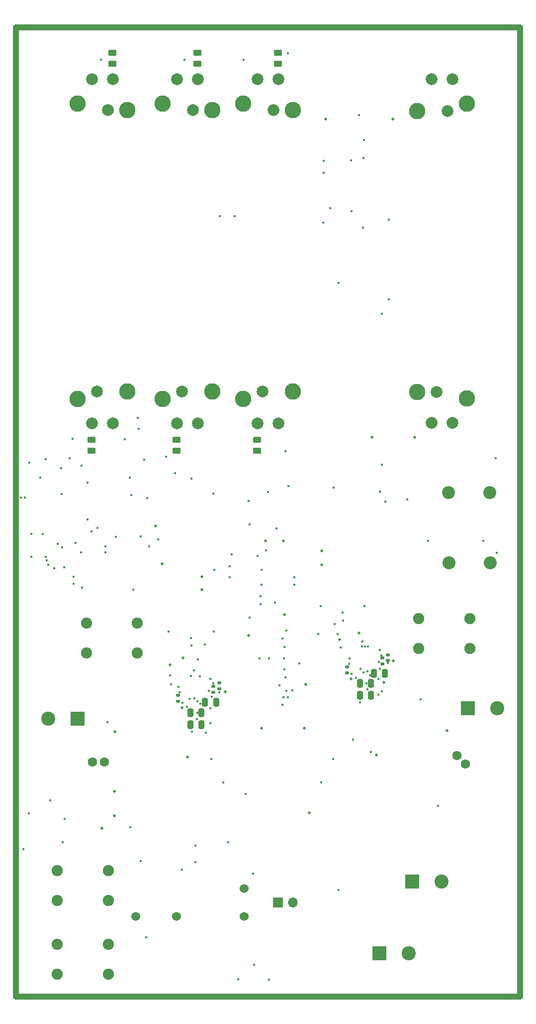
<source format=gbr>
%TF.GenerationSoftware,KiCad,Pcbnew,(6.0.7)*%
%TF.CreationDate,2023-01-25T09:18:12-05:00*%
%TF.ProjectId,amp,616d702e-6b69-4636-9164-5f7063625858,0.0*%
%TF.SameCoordinates,Original*%
%TF.FileFunction,Soldermask,Bot*%
%TF.FilePolarity,Negative*%
%FSLAX46Y46*%
G04 Gerber Fmt 4.6, Leading zero omitted, Abs format (unit mm)*
G04 Created by KiCad (PCBNEW (6.0.7)) date 2023-01-25 09:18:12*
%MOMM*%
%LPD*%
G01*
G04 APERTURE LIST*
G04 Aperture macros list*
%AMRoundRect*
0 Rectangle with rounded corners*
0 $1 Rounding radius*
0 $2 $3 $4 $5 $6 $7 $8 $9 X,Y pos of 4 corners*
0 Add a 4 corners polygon primitive as box body*
4,1,4,$2,$3,$4,$5,$6,$7,$8,$9,$2,$3,0*
0 Add four circle primitives for the rounded corners*
1,1,$1+$1,$2,$3*
1,1,$1+$1,$4,$5*
1,1,$1+$1,$6,$7*
1,1,$1+$1,$8,$9*
0 Add four rect primitives between the rounded corners*
20,1,$1+$1,$2,$3,$4,$5,0*
20,1,$1+$1,$4,$5,$6,$7,0*
20,1,$1+$1,$6,$7,$8,$9,0*
20,1,$1+$1,$8,$9,$2,$3,0*%
G04 Aperture macros list end*
%TA.AperFunction,Profile*%
%ADD10C,1.000000*%
%TD*%
%ADD11C,0.500000*%
%ADD12C,1.905000*%
%ADD13C,2.000000*%
%ADD14C,2.800000*%
%ADD15R,2.400000X2.400000*%
%ADD16C,2.400000*%
%ADD17R,1.700000X1.700000*%
%ADD18O,1.700000X1.700000*%
%ADD19RoundRect,0.135000X-0.185000X0.135000X-0.185000X-0.135000X0.185000X-0.135000X0.185000X0.135000X0*%
%ADD20C,1.524000*%
%ADD21C,2.209800*%
%ADD22C,1.600000*%
%ADD23RoundRect,0.250000X0.250000X0.475000X-0.250000X0.475000X-0.250000X-0.475000X0.250000X-0.475000X0*%
%ADD24RoundRect,0.250000X-0.250000X-0.475000X0.250000X-0.475000X0.250000X0.475000X-0.250000X0.475000X0*%
%ADD25RoundRect,0.250000X0.450000X-0.262500X0.450000X0.262500X-0.450000X0.262500X-0.450000X-0.262500X0*%
%ADD26RoundRect,0.140000X0.170000X-0.140000X0.170000X0.140000X-0.170000X0.140000X-0.170000X-0.140000X0*%
%ADD27C,0.400000*%
G04 APERTURE END LIST*
D10*
X161080000Y-150000000D02*
X247000000Y-150000000D01*
X247000000Y-150000000D02*
X247000000Y-314760000D01*
X247000000Y-314760000D02*
X161080000Y-314760000D01*
X161080000Y-314760000D02*
X161080000Y-150000000D01*
D11*
%TO.C,REF\u002A\u002A*%
X219500000Y-252900000D03*
%TD*%
%TO.C,*%
X219500000Y-252900000D03*
%TD*%
%TO.C,REF\u002A\u002A*%
X187400000Y-258400000D03*
%TD*%
%TO.C,*%
X187400000Y-258400000D03*
%TD*%
%TO.C,REF\u002A\u002A*%
X216200000Y-254000000D03*
%TD*%
%TO.C,*%
X216200000Y-254000000D03*
%TD*%
%TO.C,REF\u002A\u002A*%
X189600000Y-257200000D03*
%TD*%
%TO.C,*%
X189600000Y-257200000D03*
%TD*%
%TO.C,REF\u002A\u002A*%
X225300000Y-165600000D03*
%TD*%
%TO.C,*%
X225300000Y-165600000D03*
%TD*%
%TO.C,REF\u002A\u002A*%
X213900000Y-165600000D03*
%TD*%
%TO.C,*%
X213900000Y-165600000D03*
%TD*%
%TO.C,REF\u002A\u002A*%
X229000000Y-219700000D03*
%TD*%
%TO.C,*%
X229000000Y-219700000D03*
%TD*%
%TO.C,REF\u002A\u002A*%
X221700000Y-219700000D03*
%TD*%
%TO.C,*%
X221700000Y-219700000D03*
%TD*%
%TO.C,REF\u002A\u002A*%
X223800000Y-261300000D03*
%TD*%
%TO.C,*%
X223800000Y-261300000D03*
%TD*%
%TO.C,REF\u002A\u002A*%
X225400000Y-257700000D03*
%TD*%
%TO.C,*%
X225400000Y-257700000D03*
%TD*%
%TO.C,REF\u002A\u002A*%
X211100000Y-283500000D03*
%TD*%
%TO.C,*%
X211100000Y-283500000D03*
%TD*%
%TO.C,REF\u002A\u002A*%
X175800000Y-286100000D03*
%TD*%
%TO.C,*%
X175800000Y-286100000D03*
%TD*%
%TO.C,REF\u002A\u002A*%
X177900000Y-279900000D03*
%TD*%
%TO.C,*%
X177900000Y-279900000D03*
%TD*%
%TO.C,REF\u002A\u002A*%
X177900000Y-284000000D03*
%TD*%
%TO.C,*%
X177900000Y-284000000D03*
%TD*%
%TO.C,REF\u002A\u002A*%
X184900000Y-234700000D03*
%TD*%
%TO.C,*%
X184900000Y-234700000D03*
%TD*%
%TO.C,REF\u002A\u002A*%
X186000000Y-241200000D03*
%TD*%
%TO.C,*%
X186000000Y-241200000D03*
%TD*%
%TO.C,REF\u002A\u002A*%
X234500000Y-269500000D03*
%TD*%
%TO.C,*%
X234500000Y-269500000D03*
%TD*%
%TO.C,REF\u002A\u002A*%
X222500000Y-273700000D03*
%TD*%
%TO.C,*%
X222500000Y-273700000D03*
%TD*%
%TO.C,REF\u002A\u002A*%
X178000000Y-269700000D03*
%TD*%
%TO.C,*%
X178000000Y-269700000D03*
%TD*%
%TO.C,REF\u002A\u002A*%
X190300000Y-274000000D03*
%TD*%
%TO.C,*%
X190300000Y-274000000D03*
%TD*%
%TO.C,REF\u002A\u002A*%
X206700000Y-237300000D03*
%TD*%
%TO.C,*%
X206700000Y-237300000D03*
%TD*%
%TO.C,REF\u002A\u002A*%
X203600000Y-237300000D03*
%TD*%
%TO.C,*%
X203600000Y-237300000D03*
%TD*%
%TO.C,REF\u002A\u002A*%
X213200000Y-239000000D03*
%TD*%
%TO.C,*%
X213200000Y-239000000D03*
%TD*%
%TO.C,REF\u002A\u002A*%
X213200000Y-241300000D03*
%TD*%
%TO.C,*%
X213200000Y-241300000D03*
%TD*%
%TO.C,REF\u002A\u002A*%
X192800000Y-243399999D03*
%TD*%
%TO.C,*%
X192800000Y-243399999D03*
%TD*%
%TO.C,REF\u002A\u002A*%
X192800000Y-245600000D03*
%TD*%
%TO.C,*%
X192800000Y-245600000D03*
%TD*%
%TO.C,REF\u002A\u002A*%
X200700000Y-253400000D03*
%TD*%
%TO.C,*%
X200700000Y-253400000D03*
%TD*%
%TO.C,REF\u002A\u002A*%
X206800000Y-249800000D03*
%TD*%
%TO.C,*%
X206800000Y-249800000D03*
%TD*%
%TO.C,REF\u002A\u002A*%
X189400000Y-265600000D03*
%TD*%
%TO.C,*%
X189400000Y-265600000D03*
%TD*%
%TO.C,REF\u002A\u002A*%
X196800000Y-262900000D03*
%TD*%
%TO.C,*%
X196800000Y-262900000D03*
%TD*%
%TO.C,REF\u002A\u002A*%
X218200000Y-260700000D03*
%TD*%
%TO.C,*%
X218200000Y-260700000D03*
%TD*%
%TO.C,*%
X202900000Y-269100000D03*
%TD*%
%TO.C,REF\u002A\u002A*%
X202900000Y-269100000D03*
%TD*%
%TO.C,REF\u002A\u002A*%
X210200000Y-269100000D03*
%TD*%
%TO.C,*%
X210200000Y-269100000D03*
%TD*%
%TO.C,REF\u002A\u002A*%
X210500000Y-261700000D03*
%TD*%
D12*
%TO.C,J2*%
X168135900Y-293324000D03*
X176835903Y-293324000D03*
X168135900Y-298404000D03*
X176835903Y-298404000D03*
%TD*%
D13*
%TO.C,R30*%
X192064000Y-158790000D03*
X191264000Y-164040000D03*
X192064000Y-217290000D03*
X188564000Y-158790000D03*
X189364000Y-211840000D03*
X188564000Y-217290000D03*
D14*
X194564000Y-164040000D03*
X194564000Y-211840000D03*
X186064000Y-162940000D03*
X186064000Y-213140000D03*
%TD*%
D15*
%TO.C,C79*%
X171620459Y-267500000D03*
D16*
X166620459Y-267500000D03*
%TD*%
D13*
%TO.C,R11*%
X231930000Y-217250000D03*
X232730000Y-212000000D03*
X231930000Y-158750000D03*
X235430000Y-217250000D03*
X234630000Y-164200000D03*
X235430000Y-158750000D03*
D14*
X229430000Y-212000000D03*
X229430000Y-164200000D03*
X237930000Y-213100000D03*
X237930000Y-162900000D03*
%TD*%
D17*
%TO.C,JP1*%
X205735000Y-298704000D03*
D18*
X208275000Y-298704000D03*
%TD*%
D19*
%TO.C,R74*%
X217526800Y-259729300D03*
X217526800Y-258709300D03*
%TD*%
D20*
%TO.C,K1*%
X199979000Y-296404000D03*
X181479000Y-301104000D03*
X188479000Y-301104000D03*
X199979000Y-301104000D03*
%TD*%
D21*
%TO.C,J4*%
X241882199Y-241002000D03*
X234882201Y-241002000D03*
%TD*%
%TO.C,J3*%
X241814199Y-229024000D03*
X234814201Y-229024000D03*
%TD*%
D15*
%TO.C,C9*%
X228600000Y-295148000D03*
D16*
X233600000Y-295148000D03*
%TD*%
D22*
%TO.C,C72*%
X236200000Y-273800000D03*
X237614214Y-275214214D03*
%TD*%
D23*
%TO.C,C70*%
X219676800Y-261519300D03*
X221576800Y-261519300D03*
%TD*%
D15*
%TO.C,C78*%
X238103541Y-265712000D03*
D16*
X243103541Y-265712000D03*
%TD*%
D13*
%TO.C,R43*%
X177586000Y-158790000D03*
X176786000Y-164040000D03*
X177586000Y-217290000D03*
X174086000Y-158790000D03*
X174886000Y-211840000D03*
X174086000Y-217290000D03*
D14*
X180086000Y-164040000D03*
X180086000Y-211840000D03*
X171586000Y-162940000D03*
X171586000Y-213140000D03*
%TD*%
D13*
%TO.C,R25*%
X205780000Y-158790000D03*
X204980000Y-164040000D03*
X205780000Y-217290000D03*
X202280000Y-158790000D03*
X203080000Y-211840000D03*
X202280000Y-217290000D03*
D14*
X208280000Y-164040000D03*
X208280000Y-211840000D03*
X199780000Y-162940000D03*
X199780000Y-213140000D03*
%TD*%
D22*
%TO.C,C75*%
X176154500Y-274866000D03*
X174154500Y-274866000D03*
%TD*%
D15*
%TO.C,C7*%
X222974041Y-307340000D03*
D16*
X227974041Y-307340000D03*
%TD*%
D12*
%TO.C,J5*%
X238396600Y-255598000D03*
X229696597Y-255598000D03*
X229696597Y-250518000D03*
X238396600Y-250518000D03*
%TD*%
D23*
%TO.C,C69*%
X219676800Y-263519300D03*
X221576800Y-263519300D03*
%TD*%
D24*
%TO.C,C54*%
X223976800Y-259819300D03*
X222076800Y-259819300D03*
%TD*%
D12*
%TO.C,J6*%
X181806502Y-251234000D03*
X173106499Y-251234000D03*
X173106499Y-256314000D03*
X181806502Y-256314000D03*
%TD*%
D19*
%TO.C,R73*%
X223526800Y-258229300D03*
X223526800Y-257209300D03*
%TD*%
D12*
%TO.C,J1*%
X176848002Y-305816000D03*
X168147999Y-305816000D03*
X176848002Y-310896000D03*
X168147999Y-310896000D03*
%TD*%
D24*
%TO.C,C55*%
X193300000Y-264750000D03*
X195200000Y-264750000D03*
%TD*%
D25*
%TO.C,R33*%
X188468000Y-221932500D03*
X188468000Y-220107500D03*
%TD*%
%TO.C,R42*%
X177546000Y-156146500D03*
X177546000Y-154321500D03*
%TD*%
D23*
%TO.C,C71*%
X192700000Y-266500000D03*
X190800000Y-266500000D03*
%TD*%
%TO.C,C73*%
X192700000Y-268500000D03*
X190800000Y-268500000D03*
%TD*%
D25*
%TO.C,R24*%
X205740000Y-156146500D03*
X205740000Y-154321500D03*
%TD*%
D26*
%TO.C,C62*%
X224426800Y-257599300D03*
X224426800Y-256639300D03*
%TD*%
D25*
%TO.C,R28*%
X202184000Y-221932500D03*
X202184000Y-220107500D03*
%TD*%
D26*
%TO.C,C63*%
X195750000Y-262382000D03*
X195750000Y-261422000D03*
%TD*%
D25*
%TO.C,R29*%
X192024000Y-156146500D03*
X192024000Y-154321500D03*
%TD*%
D19*
%TO.C,R75*%
X194750000Y-261990000D03*
X194750000Y-263010000D03*
%TD*%
D25*
%TO.C,R46*%
X173990000Y-221932500D03*
X173990000Y-220107500D03*
%TD*%
D19*
%TO.C,R76*%
X188750000Y-263490000D03*
X188750000Y-264510000D03*
%TD*%
D27*
X168900000Y-229300000D03*
X169300000Y-241800000D03*
X169000000Y-238400000D03*
X172200000Y-239200000D03*
X171300000Y-237600000D03*
X166400000Y-240600000D03*
X166600000Y-241300000D03*
X192000000Y-264500000D03*
X206800000Y-255300000D03*
X206764000Y-257264000D03*
X220973500Y-259500000D03*
X220300000Y-259600000D03*
X218300000Y-259900000D03*
X197300000Y-288500000D03*
X185300000Y-237000000D03*
X233000000Y-282300000D03*
X202800000Y-246700000D03*
X202800000Y-248000000D03*
X230000000Y-264200000D03*
X219700000Y-264700000D03*
X192100000Y-257400000D03*
X212600000Y-253100000D03*
X206000000Y-261800000D03*
X207000000Y-260500000D03*
X209400000Y-258100000D03*
X207200000Y-252500000D03*
X206500000Y-253900000D03*
X204200000Y-257300000D03*
X202600000Y-257300000D03*
X208200000Y-262700000D03*
X207200000Y-262800000D03*
X207460000Y-263842500D03*
X206500000Y-265100000D03*
X206800000Y-259100000D03*
X200900000Y-250300000D03*
X200900000Y-234500000D03*
X206700000Y-263900000D03*
X220126800Y-254419300D03*
X219826800Y-259019300D03*
X221026800Y-255219300D03*
X220026800Y-255219300D03*
X220526800Y-255219300D03*
X217926800Y-257219300D03*
X220951922Y-262467222D03*
X223426800Y-262819300D03*
X222826800Y-263419300D03*
X221426800Y-260119300D03*
X224426800Y-258019300D03*
X222926800Y-257819300D03*
X223100000Y-259019300D03*
X219026800Y-260519300D03*
X220826800Y-261519300D03*
X222806800Y-260739300D03*
X223326800Y-256719300D03*
X223126800Y-255819300D03*
X217826800Y-258219300D03*
X218500000Y-271100000D03*
X215100000Y-274400000D03*
X213100000Y-278300000D03*
X196400000Y-278300000D03*
X200200000Y-280300000D03*
X194400000Y-274400000D03*
X169380000Y-284480000D03*
X162599999Y-229897953D03*
X162000000Y-229900000D03*
X180600000Y-286000000D03*
X182400000Y-291700000D03*
X201500000Y-293800000D03*
X216100000Y-296600000D03*
X199000000Y-311800000D03*
X201700000Y-309300000D03*
X204200000Y-311900000D03*
X183300000Y-304700000D03*
X176700000Y-268100000D03*
X243000000Y-239300000D03*
X240700000Y-237300000D03*
X231300000Y-237300000D03*
X205500000Y-235200000D03*
X167000000Y-281400000D03*
X163300000Y-283600000D03*
X162400000Y-289700000D03*
X169100000Y-288500000D03*
X191700000Y-291900000D03*
X189400000Y-293200000D03*
X191700000Y-289100000D03*
X181100000Y-245600000D03*
X175000000Y-235100000D03*
X192000000Y-266500000D03*
X221600000Y-273200000D03*
X193500000Y-269900000D03*
X190900000Y-260200000D03*
X176386000Y-239201308D03*
X191000000Y-255075100D03*
X193300000Y-254900000D03*
X187400000Y-260100000D03*
X188800000Y-262100000D03*
X186700000Y-223000000D03*
X213500000Y-172700000D03*
X183800000Y-238200000D03*
X192429499Y-260270500D03*
X166200000Y-223400000D03*
X192500000Y-265000000D03*
X190900000Y-253800000D03*
X216100000Y-193400000D03*
X178100000Y-236600000D03*
X202300000Y-239800000D03*
X223400000Y-224300000D03*
X190700000Y-264100000D03*
X170800000Y-219900000D03*
X216700000Y-249500000D03*
X205200000Y-247800000D03*
X194800000Y-252700000D03*
X187500000Y-261700000D03*
X187100000Y-252700000D03*
X224600000Y-182700000D03*
X197500000Y-243500000D03*
X242800000Y-223200000D03*
X168800000Y-224900000D03*
X197500000Y-241600000D03*
X216800000Y-250821100D03*
X214600000Y-180700000D03*
X172300000Y-224500000D03*
X191400000Y-259300000D03*
X191100000Y-269700000D03*
X220400000Y-169100000D03*
X213000000Y-248400000D03*
X220500000Y-248400000D03*
X191900000Y-267600000D03*
X170900000Y-244600000D03*
X182400000Y-236500000D03*
X215400000Y-251400000D03*
X224000000Y-230600000D03*
X216426800Y-255419300D03*
X181900000Y-216400000D03*
X208500000Y-243500000D03*
X167600000Y-241900000D03*
X223400000Y-198700000D03*
X163700000Y-236126000D03*
X176386000Y-238214000D03*
X190200000Y-265500000D03*
X165700000Y-236126000D03*
X194250000Y-268250000D03*
X163700000Y-240026000D03*
X215900000Y-253100000D03*
X170900000Y-243400000D03*
X195800000Y-182100000D03*
X207500000Y-228000000D03*
X207000000Y-222000000D03*
X183000000Y-223500000D03*
X204000000Y-229000000D03*
X194250000Y-260750000D03*
X191500000Y-264004102D03*
X194500000Y-263800000D03*
X189490000Y-264760000D03*
X182000000Y-218250000D03*
X215200000Y-228200000D03*
X218300000Y-181200000D03*
X165250000Y-226500000D03*
X218200000Y-172600000D03*
X170250000Y-223250000D03*
X227750000Y-230250000D03*
X200750000Y-230500000D03*
X180500000Y-226500000D03*
X220200000Y-184000000D03*
X220300000Y-172200000D03*
X207400000Y-154400000D03*
X189800000Y-155500000D03*
X199900000Y-155500000D03*
X175600000Y-155500000D03*
X195750000Y-263000000D03*
X194000000Y-262750000D03*
X198400000Y-182100000D03*
X188250000Y-225750000D03*
X173300000Y-233600000D03*
X168200000Y-237800000D03*
X172400000Y-245200000D03*
X166200000Y-239948000D03*
X174000000Y-235700000D03*
X219500000Y-164900000D03*
X191000000Y-226700000D03*
X194900000Y-242200000D03*
X223100000Y-228900000D03*
X213500000Y-174700000D03*
X208500000Y-244700000D03*
X180750000Y-229500000D03*
X202900000Y-244700000D03*
X213400000Y-183200000D03*
X224600000Y-196200000D03*
X202900000Y-242200000D03*
X173300000Y-227400000D03*
X179700000Y-220000000D03*
X203700000Y-238900000D03*
X183500000Y-230000000D03*
X194750000Y-229250000D03*
X163400000Y-224000000D03*
X197900000Y-239600000D03*
X194250000Y-265700000D03*
X194750000Y-261500000D03*
X189000000Y-263000000D03*
M02*

</source>
